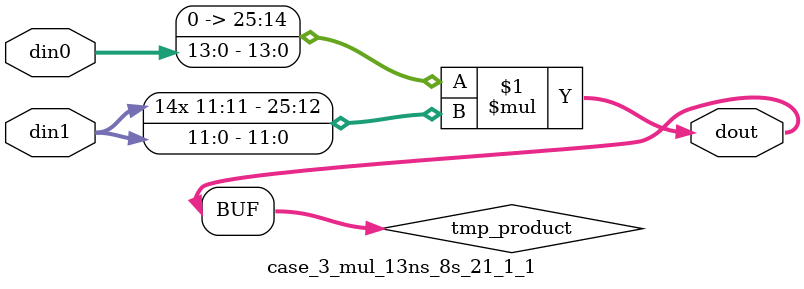
<source format=v>

`timescale 1 ns / 1 ps

 (* use_dsp = "no" *)  module case_3_mul_13ns_8s_21_1_1(din0, din1, dout);
parameter ID = 1;
parameter NUM_STAGE = 0;
parameter din0_WIDTH = 14;
parameter din1_WIDTH = 12;
parameter dout_WIDTH = 26;

input [din0_WIDTH - 1 : 0] din0; 
input [din1_WIDTH - 1 : 0] din1; 
output [dout_WIDTH - 1 : 0] dout;

wire signed [dout_WIDTH - 1 : 0] tmp_product;

























assign tmp_product = $signed({1'b0, din0}) * $signed(din1);










assign dout = tmp_product;





















endmodule

</source>
